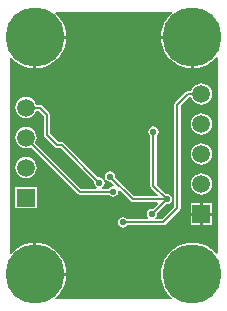
<source format=gbl>
G04*
G04 #@! TF.GenerationSoftware,Altium Limited,Altium Designer,20.1.12 (249)*
G04*
G04 Layer_Physical_Order=2*
G04 Layer_Color=16711680*
%FSLAX25Y25*%
%MOIN*%
G70*
G04*
G04 #@! TF.SameCoordinates,99628C8E-7468-4988-8CC2-48D13434FF55*
G04*
G04*
G04 #@! TF.FilePolarity,Positive*
G04*
G01*
G75*
%ADD29C,0.00800*%
%ADD30C,0.19685*%
%ADD31C,0.05906*%
%ADD32R,0.05906X0.05906*%
%ADD33C,0.02200*%
G36*
X55790Y97001D02*
X55093Y96407D01*
X54026Y95157D01*
X53167Y93756D01*
X52538Y92237D01*
X52154Y90639D01*
X52065Y89500D01*
X62500D01*
Y89000D01*
X63000D01*
Y78565D01*
X64139Y78654D01*
X65737Y79038D01*
X67256Y79667D01*
X68657Y80526D01*
X69907Y81593D01*
X70502Y82289D01*
X70971Y82117D01*
Y16883D01*
X70502Y16711D01*
X69907Y17407D01*
X68657Y18474D01*
X67256Y19333D01*
X65737Y19962D01*
X64139Y20346D01*
X62500Y20475D01*
X60861Y20346D01*
X59263Y19962D01*
X57744Y19333D01*
X56343Y18474D01*
X55093Y17407D01*
X54026Y16157D01*
X53167Y14755D01*
X52538Y13237D01*
X52154Y11639D01*
X52025Y10000D01*
X52154Y8361D01*
X52538Y6763D01*
X53167Y5244D01*
X54026Y3843D01*
X55093Y2593D01*
X55790Y1998D01*
X55616Y1529D01*
X16883D01*
X16711Y1998D01*
X17407Y2593D01*
X18474Y3843D01*
X19333Y5244D01*
X19962Y6763D01*
X20346Y8361D01*
X20436Y9500D01*
X10000D01*
Y10000D01*
X9500D01*
Y20436D01*
X8361Y20346D01*
X6763Y19962D01*
X5244Y19333D01*
X3843Y18474D01*
X2593Y17407D01*
X1998Y16711D01*
X1529Y16883D01*
Y82117D01*
X1998Y82289D01*
X2593Y81593D01*
X3843Y80526D01*
X5244Y79667D01*
X6763Y79038D01*
X8361Y78654D01*
X9500Y78565D01*
Y89000D01*
X10000D01*
Y89500D01*
X20436D01*
X20346Y90639D01*
X19962Y92237D01*
X19333Y93756D01*
X18474Y95157D01*
X17407Y96407D01*
X16711Y97001D01*
X16883Y97471D01*
X55616D01*
X55790Y97001D01*
D02*
G37*
%LPC*%
G36*
X62000Y88500D02*
X52065D01*
X52154Y87361D01*
X52538Y85763D01*
X53167Y84245D01*
X54026Y82843D01*
X55093Y81593D01*
X56343Y80526D01*
X57744Y79667D01*
X59263Y79038D01*
X60861Y78654D01*
X62000Y78565D01*
Y88500D01*
D02*
G37*
G36*
X20436D02*
X10500D01*
Y78565D01*
X11639Y78654D01*
X13237Y79038D01*
X14755Y79667D01*
X16157Y80526D01*
X17407Y81593D01*
X18474Y82843D01*
X19333Y84245D01*
X19962Y85763D01*
X20346Y87361D01*
X20436Y88500D01*
D02*
G37*
G36*
X65500Y63583D02*
X64573Y63461D01*
X63708Y63103D01*
X62966Y62534D01*
X62397Y61792D01*
X62039Y60927D01*
X61917Y60000D01*
X62039Y59073D01*
X62397Y58208D01*
X62966Y57466D01*
X63708Y56897D01*
X64573Y56539D01*
X65500Y56417D01*
X66427Y56539D01*
X67292Y56897D01*
X68034Y57466D01*
X68603Y58208D01*
X68961Y59073D01*
X69083Y60000D01*
X68961Y60927D01*
X68603Y61792D01*
X68034Y62534D01*
X67292Y63103D01*
X66427Y63461D01*
X65500Y63583D01*
D02*
G37*
G36*
Y53583D02*
X64573Y53461D01*
X63708Y53103D01*
X62966Y52534D01*
X62397Y51792D01*
X62039Y50927D01*
X61917Y50000D01*
X62039Y49073D01*
X62397Y48208D01*
X62966Y47466D01*
X63708Y46897D01*
X64573Y46539D01*
X65500Y46417D01*
X66427Y46539D01*
X67292Y46897D01*
X68034Y47466D01*
X68603Y48208D01*
X68961Y49073D01*
X69083Y50000D01*
X68961Y50927D01*
X68603Y51792D01*
X68034Y52534D01*
X67292Y53103D01*
X66427Y53461D01*
X65500Y53583D01*
D02*
G37*
G36*
X7000Y49083D02*
X6072Y48961D01*
X5208Y48603D01*
X4466Y48034D01*
X3897Y47292D01*
X3539Y46427D01*
X3417Y45500D01*
X3539Y44573D01*
X3897Y43708D01*
X4466Y42966D01*
X5208Y42397D01*
X6072Y42039D01*
X7000Y41917D01*
X7927Y42039D01*
X8792Y42397D01*
X9534Y42966D01*
X10103Y43708D01*
X10461Y44573D01*
X10583Y45500D01*
X10461Y46427D01*
X10103Y47292D01*
X9534Y48034D01*
X8792Y48603D01*
X7927Y48961D01*
X7000Y49083D01*
D02*
G37*
G36*
X65500Y43583D02*
X64573Y43461D01*
X63708Y43103D01*
X62966Y42534D01*
X62397Y41792D01*
X62039Y40927D01*
X61917Y40000D01*
X62039Y39073D01*
X62397Y38208D01*
X62966Y37466D01*
X63708Y36897D01*
X64573Y36539D01*
X65500Y36417D01*
X66427Y36539D01*
X67292Y36897D01*
X68034Y37466D01*
X68603Y38208D01*
X68961Y39073D01*
X69083Y40000D01*
X68961Y40927D01*
X68603Y41792D01*
X68034Y42534D01*
X67292Y43103D01*
X66427Y43461D01*
X65500Y43583D01*
D02*
G37*
G36*
Y73583D02*
X64573Y73461D01*
X63708Y73103D01*
X62966Y72534D01*
X62397Y71792D01*
X62077Y71020D01*
X61000D01*
X60610Y70942D01*
X60279Y70721D01*
X56779Y67221D01*
X56558Y66890D01*
X56480Y66500D01*
Y32344D01*
X52370Y28233D01*
X50316D01*
X50164Y28733D01*
X50226Y28774D01*
X50601Y29337D01*
X50733Y30000D01*
X50691Y30210D01*
X53724Y33243D01*
X54000Y33188D01*
X54663Y33320D01*
X55226Y33696D01*
X55601Y34258D01*
X55733Y34921D01*
X55601Y35585D01*
X55226Y36147D01*
X54663Y36523D01*
X54000Y36655D01*
X53757Y36606D01*
X50520Y39844D01*
Y56137D01*
X50726Y56274D01*
X51101Y56837D01*
X51233Y57500D01*
X51101Y58163D01*
X50726Y58726D01*
X50163Y59101D01*
X49500Y59233D01*
X48837Y59101D01*
X48274Y58726D01*
X47899Y58163D01*
X47767Y57500D01*
X47899Y56837D01*
X48274Y56274D01*
X48480Y56137D01*
Y39421D01*
X48558Y39031D01*
X48779Y38700D01*
X51077Y36403D01*
X50885Y35941D01*
X43001D01*
X36685Y42257D01*
X36733Y42500D01*
X36601Y43163D01*
X36226Y43726D01*
X35663Y44101D01*
X35000Y44233D01*
X34337Y44101D01*
X33774Y43726D01*
X33399Y43163D01*
X33267Y42500D01*
X33399Y41837D01*
X33774Y41274D01*
X34337Y40899D01*
X35000Y40767D01*
X35243Y40815D01*
X36393Y39665D01*
X36147Y39204D01*
X36000Y39233D01*
X35337Y39101D01*
X34774Y38726D01*
X34637Y38520D01*
X32496D01*
X32344Y39020D01*
X32726Y39274D01*
X33101Y39837D01*
X33233Y40500D01*
X33101Y41163D01*
X32726Y41726D01*
X32163Y42101D01*
X31500Y42233D01*
X31257Y42185D01*
X19721Y53721D01*
X19390Y53942D01*
X19000Y54020D01*
X17922D01*
X15020Y56922D01*
Y63031D01*
X14942Y63422D01*
X14721Y63752D01*
X12252Y66221D01*
X11922Y66442D01*
X11531Y66520D01*
X10423D01*
X10103Y67292D01*
X9534Y68034D01*
X8792Y68603D01*
X7927Y68961D01*
X7000Y69083D01*
X6072Y68961D01*
X5208Y68603D01*
X4466Y68034D01*
X3897Y67292D01*
X3539Y66427D01*
X3417Y65500D01*
X3539Y64573D01*
X3897Y63708D01*
X4466Y62966D01*
X5208Y62397D01*
X6072Y62039D01*
X7000Y61917D01*
X7927Y62039D01*
X8792Y62397D01*
X9534Y62966D01*
X10103Y63708D01*
X10423Y64480D01*
X11109D01*
X12980Y62609D01*
Y56500D01*
X13058Y56110D01*
X13279Y55779D01*
X16779Y52279D01*
X17110Y52058D01*
X17500Y51980D01*
X18578D01*
X29815Y40743D01*
X29767Y40500D01*
X29899Y39837D01*
X30274Y39274D01*
X30656Y39020D01*
X30504Y38520D01*
X25422D01*
X10142Y53800D01*
X10461Y54573D01*
X10583Y55500D01*
X10461Y56427D01*
X10103Y57292D01*
X9534Y58034D01*
X8792Y58603D01*
X7927Y58961D01*
X7000Y59083D01*
X6072Y58961D01*
X5208Y58603D01*
X4466Y58034D01*
X3897Y57292D01*
X3539Y56427D01*
X3417Y55500D01*
X3539Y54573D01*
X3897Y53708D01*
X4466Y52966D01*
X5208Y52397D01*
X6072Y52039D01*
X7000Y51917D01*
X7927Y52039D01*
X8700Y52359D01*
X24279Y36779D01*
X24610Y36558D01*
X25000Y36480D01*
X34637D01*
X34774Y36274D01*
X35337Y35899D01*
X36000Y35767D01*
X36663Y35899D01*
X37226Y36274D01*
X37601Y36837D01*
X37733Y37500D01*
X37704Y37647D01*
X38165Y37893D01*
X41858Y34200D01*
X42189Y33979D01*
X42579Y33902D01*
X50846D01*
X51037Y33440D01*
X49276Y31678D01*
X49000Y31733D01*
X48337Y31601D01*
X47774Y31226D01*
X47399Y30663D01*
X47267Y30000D01*
X47399Y29337D01*
X47774Y28774D01*
X47836Y28733D01*
X47684Y28233D01*
X40715D01*
X40577Y28439D01*
X40015Y28815D01*
X39352Y28947D01*
X38688Y28815D01*
X38126Y28439D01*
X37750Y27877D01*
X37618Y27214D01*
X37750Y26550D01*
X38126Y25988D01*
X38688Y25612D01*
X39352Y25480D01*
X40015Y25612D01*
X40577Y25988D01*
X40715Y26194D01*
X52793D01*
X53183Y26272D01*
X53513Y26493D01*
X58221Y31200D01*
X58442Y31531D01*
X58520Y31921D01*
Y66078D01*
X61422Y68980D01*
X62077D01*
X62397Y68208D01*
X62966Y67466D01*
X63708Y66897D01*
X64573Y66539D01*
X65500Y66417D01*
X66427Y66539D01*
X67292Y66897D01*
X68034Y67466D01*
X68603Y68208D01*
X68961Y69073D01*
X69083Y70000D01*
X68961Y70927D01*
X68603Y71792D01*
X68034Y72534D01*
X67292Y73103D01*
X66427Y73461D01*
X65500Y73583D01*
D02*
G37*
G36*
X10553Y39053D02*
X3447D01*
Y31947D01*
X10553D01*
Y39053D01*
D02*
G37*
G36*
X69053Y33553D02*
X66000D01*
Y30500D01*
X69053D01*
Y33553D01*
D02*
G37*
G36*
X65000D02*
X61947D01*
Y30500D01*
X65000D01*
Y33553D01*
D02*
G37*
G36*
X69053Y29500D02*
X66000D01*
Y26447D01*
X69053D01*
Y29500D01*
D02*
G37*
G36*
X65000D02*
X61947D01*
Y26447D01*
X65000D01*
Y29500D01*
D02*
G37*
G36*
X10500Y20436D02*
Y10500D01*
X20436D01*
X20346Y11639D01*
X19962Y13237D01*
X19333Y14755D01*
X18474Y16157D01*
X17407Y17407D01*
X16157Y18474D01*
X14755Y19333D01*
X13237Y19962D01*
X11639Y20346D01*
X10500Y20436D01*
D02*
G37*
%LPD*%
D29*
X35000Y42500D02*
X42579Y34921D01*
X53961D01*
X35000Y42500D02*
X35000D01*
X49500Y39421D02*
Y57500D01*
Y39421D02*
X54000Y34921D01*
X52793Y27214D02*
X57500Y31921D01*
X61000Y70000D02*
X65500D01*
X57500Y31921D02*
Y66500D01*
X61000Y70000D01*
X49039Y30000D02*
X53961Y34921D01*
X49000Y30000D02*
X49039D01*
X19000Y53000D02*
X31500Y40500D01*
X17500Y53000D02*
X19000D01*
X25000Y37500D02*
X36000D01*
X53961Y34921D02*
X54000D01*
X7000Y55500D02*
X25000Y37500D01*
X14000Y56500D02*
Y63031D01*
X7000Y65500D02*
X11531D01*
X14000Y63031D01*
Y56500D02*
X17500Y53000D01*
X39352Y27214D02*
X52793D01*
D30*
X10000Y10000D02*
D03*
Y89000D02*
D03*
X62500D02*
D03*
Y10000D02*
D03*
D31*
X65500Y70000D02*
D03*
Y60000D02*
D03*
Y50000D02*
D03*
Y40000D02*
D03*
X7000Y65500D02*
D03*
Y55500D02*
D03*
Y45500D02*
D03*
D32*
X65500Y30000D02*
D03*
X7000Y35500D02*
D03*
D33*
X40133Y42229D02*
D03*
X35000Y42500D02*
D03*
X49500Y57500D02*
D03*
X49000Y30000D02*
D03*
X31500Y40500D02*
D03*
X36000Y37500D02*
D03*
X39352Y27214D02*
D03*
X54000Y34921D02*
D03*
M02*

</source>
